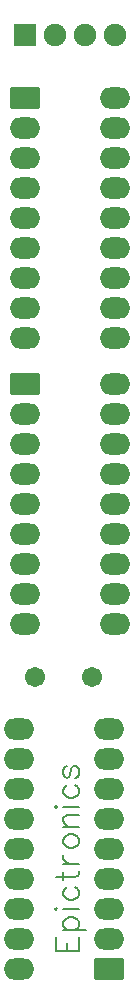
<source format=gts>
G04 Layer: TopSolderMaskLayer*
G04 EasyEDA v6.5.34, 2023-08-27 08:43:48*
G04 e4fe155263a340deae7a3384ae965621,d57712b53ce844a48ecc409583de2b89,10*
G04 Gerber Generator version 0.2*
G04 Scale: 100 percent, Rotated: No, Reflected: No *
G04 Dimensions in millimeters *
G04 leading zeros omitted , absolute positions ,4 integer and 5 decimal *
%FSLAX45Y45*%
%MOMM*%

%AMMACRO1*1,1,$1,$2,$3*1,1,$1,$4,$5*1,1,$1,0-$2,0-$3*1,1,$1,0-$4,0-$5*20,1,$1,$2,$3,$4,$5,0*20,1,$1,$4,$5,0-$2,0-$3,0*20,1,$1,0-$2,0-$3,0-$4,0-$5,0*20,1,$1,0-$4,0-$5,$2,$3,0*4,1,4,$2,$3,$4,$5,0-$2,0-$3,0-$4,0-$5,$2,$3,0*%
%ADD10C,0.1500*%
%ADD11MACRO1,0.2032X-0.85X-0.85X-0.85X0.85*%
%ADD12C,1.9032*%
%ADD13MACRO1,0.2032X1.2X-0.8X-1.2X-0.8*%
%ADD14O,2.6031952X1.8031968*%
%ADD15MACRO1,0.2032X-1.2X0.8X1.2X0.8*%
%ADD16C,1.7032*%

%LPD*%
D10*
X1458721Y-1435100D02*
G01*
X1652523Y-1435100D01*
X1458721Y-1435100D02*
G01*
X1458721Y-1314957D01*
X1550923Y-1435100D02*
G01*
X1550923Y-1361186D01*
X1652523Y-1435100D02*
G01*
X1652523Y-1314957D01*
X1523237Y-1253997D02*
G01*
X1717294Y-1253997D01*
X1550923Y-1253997D02*
G01*
X1532636Y-1235710D01*
X1523237Y-1217168D01*
X1523237Y-1189481D01*
X1532636Y-1170939D01*
X1550923Y-1152397D01*
X1578610Y-1143254D01*
X1597152Y-1143254D01*
X1624837Y-1152397D01*
X1643379Y-1170939D01*
X1652523Y-1189481D01*
X1652523Y-1217168D01*
X1643379Y-1235710D01*
X1624837Y-1253997D01*
X1458721Y-1082294D02*
G01*
X1467865Y-1073150D01*
X1458721Y-1063752D01*
X1449323Y-1073150D01*
X1458721Y-1082294D01*
X1523237Y-1073150D02*
G01*
X1652523Y-1073150D01*
X1550923Y-892047D02*
G01*
X1532636Y-910589D01*
X1523237Y-928878D01*
X1523237Y-956563D01*
X1532636Y-975105D01*
X1550923Y-993647D01*
X1578610Y-1002792D01*
X1597152Y-1002792D01*
X1624837Y-993647D01*
X1643379Y-975105D01*
X1652523Y-956563D01*
X1652523Y-928878D01*
X1643379Y-910589D01*
X1624837Y-892047D01*
X1458721Y-803402D02*
G01*
X1615694Y-803402D01*
X1643379Y-794004D01*
X1652523Y-775715D01*
X1652523Y-757173D01*
X1523237Y-831087D02*
G01*
X1523237Y-766318D01*
X1523237Y-696213D02*
G01*
X1652523Y-696213D01*
X1578610Y-696213D02*
G01*
X1550923Y-687070D01*
X1532636Y-668528D01*
X1523237Y-649986D01*
X1523237Y-622300D01*
X1523237Y-515112D02*
G01*
X1532636Y-533654D01*
X1550923Y-552195D01*
X1578610Y-561339D01*
X1597152Y-561339D01*
X1624837Y-552195D01*
X1643379Y-533654D01*
X1652523Y-515112D01*
X1652523Y-487426D01*
X1643379Y-468884D01*
X1624837Y-450595D01*
X1597152Y-441197D01*
X1578610Y-441197D01*
X1550923Y-450595D01*
X1532636Y-468884D01*
X1523237Y-487426D01*
X1523237Y-515112D01*
X1523237Y-380237D02*
G01*
X1652523Y-380237D01*
X1560321Y-380237D02*
G01*
X1532636Y-352552D01*
X1523237Y-334010D01*
X1523237Y-306323D01*
X1532636Y-288036D01*
X1560321Y-278637D01*
X1652523Y-278637D01*
X1458721Y-217678D02*
G01*
X1467865Y-208534D01*
X1458721Y-199389D01*
X1449323Y-208534D01*
X1458721Y-217678D01*
X1523237Y-208534D02*
G01*
X1652523Y-208534D01*
X1550923Y-27431D02*
G01*
X1532636Y-45973D01*
X1523237Y-64515D01*
X1523237Y-92202D01*
X1532636Y-110489D01*
X1550923Y-129031D01*
X1578610Y-138429D01*
X1597152Y-138429D01*
X1624837Y-129031D01*
X1643379Y-110489D01*
X1652523Y-92202D01*
X1652523Y-64515D01*
X1643379Y-45973D01*
X1624837Y-27431D01*
X1550923Y135128D02*
G01*
X1532636Y125729D01*
X1523237Y98044D01*
X1523237Y70357D01*
X1532636Y42671D01*
X1550923Y33528D01*
X1569465Y42671D01*
X1578610Y61213D01*
X1588007Y107442D01*
X1597152Y125729D01*
X1615694Y135128D01*
X1624837Y135128D01*
X1643379Y125729D01*
X1652523Y98044D01*
X1652523Y70357D01*
X1643379Y42671D01*
X1624837Y33528D01*
D11*
G01*
X1193801Y6324601D03*
D12*
G01*
X1447800Y6324600D03*
G01*
X1701800Y6324600D03*
G01*
X1955800Y6324600D03*
D13*
G01*
X1905000Y-1587500D03*
D14*
G01*
X1143000Y444500D03*
G01*
X1905000Y-1333500D03*
G01*
X1143000Y190500D03*
G01*
X1905000Y-1079500D03*
G01*
X1143000Y-63500D03*
G01*
X1905000Y-825500D03*
G01*
X1143000Y-317500D03*
G01*
X1905000Y-571500D03*
G01*
X1143000Y-571500D03*
G01*
X1905000Y-317500D03*
G01*
X1143000Y-825500D03*
G01*
X1905000Y-63500D03*
G01*
X1143000Y-1079500D03*
G01*
X1905000Y190500D03*
G01*
X1143000Y-1333500D03*
G01*
X1905000Y444500D03*
G01*
X1143000Y-1587500D03*
D15*
G01*
X1193800Y3365500D03*
D14*
G01*
X1955800Y1333500D03*
G01*
X1193800Y3111500D03*
G01*
X1955800Y1587500D03*
G01*
X1193800Y2857500D03*
G01*
X1955800Y1841500D03*
G01*
X1193800Y2603500D03*
G01*
X1955800Y2095500D03*
G01*
X1193800Y2349500D03*
G01*
X1955800Y2349500D03*
G01*
X1193800Y2095500D03*
G01*
X1955800Y2603500D03*
G01*
X1193800Y1841500D03*
G01*
X1955800Y2857500D03*
G01*
X1193800Y1587500D03*
G01*
X1955800Y3111500D03*
G01*
X1193800Y1333500D03*
G01*
X1955800Y3365500D03*
D15*
G01*
X1193800Y5791200D03*
D14*
G01*
X1955800Y3759200D03*
G01*
X1193800Y5537200D03*
G01*
X1955800Y4013200D03*
G01*
X1193800Y5283200D03*
G01*
X1955800Y4267200D03*
G01*
X1193800Y5029200D03*
G01*
X1955800Y4521200D03*
G01*
X1193800Y4775200D03*
G01*
X1955800Y4775200D03*
G01*
X1193800Y4521200D03*
G01*
X1955800Y5029200D03*
G01*
X1193800Y4267200D03*
G01*
X1955800Y5283200D03*
G01*
X1193800Y4013200D03*
G01*
X1955800Y5537200D03*
G01*
X1193800Y3759200D03*
G01*
X1955800Y5791200D03*
D16*
G01*
X1279017Y889000D03*
G01*
X1769008Y889000D03*
M02*

</source>
